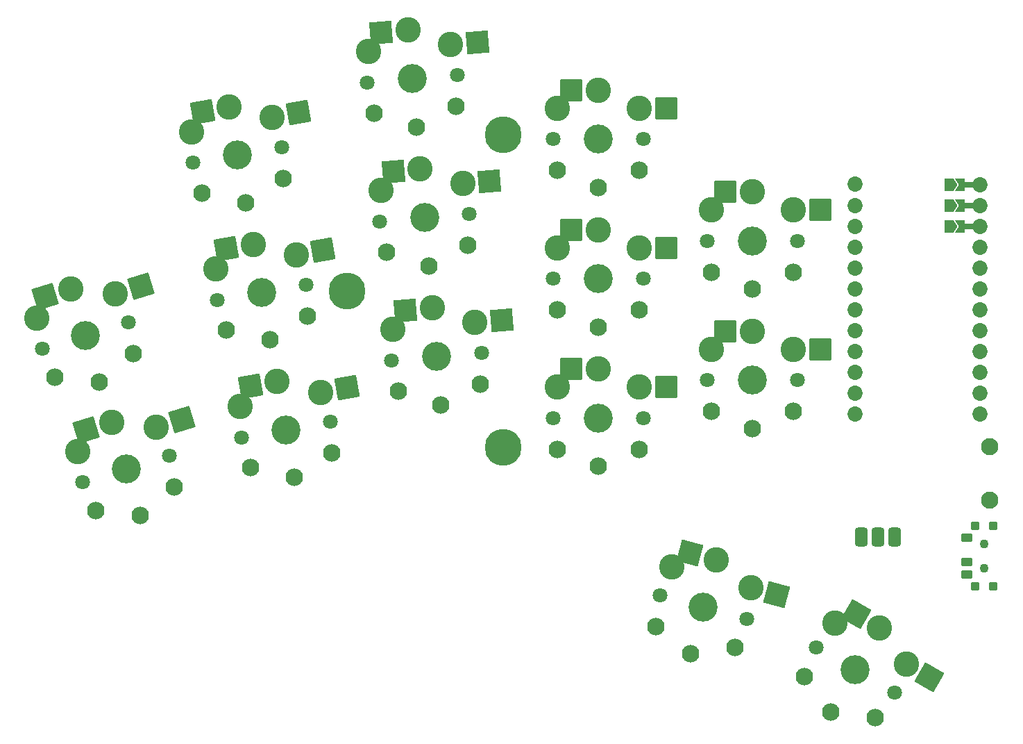
<source format=gbs>
%TF.GenerationSoftware,KiCad,Pcbnew,(6.0.4-0)*%
%TF.CreationDate,2022-05-16T08:39:31+02:00*%
%TF.ProjectId,battoota,62617474-6f6f-4746-912e-6b696361645f,v1.0.0*%
%TF.SameCoordinates,Original*%
%TF.FileFunction,Soldermask,Bot*%
%TF.FilePolarity,Negative*%
%FSLAX46Y46*%
G04 Gerber Fmt 4.6, Leading zero omitted, Abs format (unit mm)*
G04 Created by KiCad (PCBNEW (6.0.4-0)) date 2022-05-16 08:39:31*
%MOMM*%
%LPD*%
G01*
G04 APERTURE LIST*
G04 Aperture macros list*
%AMRoundRect*
0 Rectangle with rounded corners*
0 $1 Rounding radius*
0 $2 $3 $4 $5 $6 $7 $8 $9 X,Y pos of 4 corners*
0 Add a 4 corners polygon primitive as box body*
4,1,4,$2,$3,$4,$5,$6,$7,$8,$9,$2,$3,0*
0 Add four circle primitives for the rounded corners*
1,1,$1+$1,$2,$3*
1,1,$1+$1,$4,$5*
1,1,$1+$1,$6,$7*
1,1,$1+$1,$8,$9*
0 Add four rect primitives between the rounded corners*
20,1,$1+$1,$2,$3,$4,$5,0*
20,1,$1+$1,$4,$5,$6,$7,0*
20,1,$1+$1,$6,$7,$8,$9,0*
20,1,$1+$1,$8,$9,$2,$3,0*%
%AMFreePoly0*
4,1,16,0.685355,0.785355,0.700000,0.750000,0.691603,0.722265,0.210093,0.000000,0.691603,-0.722265,0.699029,-0.759806,0.677735,-0.791603,0.650000,-0.800000,-0.500000,-0.800000,-0.535355,-0.785355,-0.550000,-0.750000,-0.550000,0.750000,-0.535355,0.785355,-0.500000,0.800000,0.650000,0.800000,0.685355,0.785355,0.685355,0.785355,$1*%
%AMFreePoly1*
4,1,16,0.535355,0.785355,0.550000,0.750000,0.550000,-0.750000,0.535355,-0.785355,0.500000,-0.800000,-0.500000,-0.800000,-0.535355,-0.785355,-0.541603,-0.777735,-1.041603,-0.027735,-1.049029,0.009806,-1.041603,0.027735,-0.541603,0.777735,-0.509806,0.799029,-0.500000,0.800000,0.500000,0.800000,0.535355,0.785355,0.535355,0.785355,$1*%
G04 Aperture macros list end*
%ADD10RoundRect,0.425000X-0.375000X-0.750000X0.375000X-0.750000X0.375000X0.750000X-0.375000X0.750000X0*%
%ADD11C,2.100000*%
%ADD12C,3.100000*%
%ADD13C,1.801800*%
%ADD14C,3.529000*%
%ADD15RoundRect,0.050000X-1.054507X-1.505993X1.505993X-1.054507X1.054507X1.505993X-1.505993X1.054507X0*%
%ADD16C,2.132000*%
%ADD17RoundRect,0.050000X-1.181751X-1.408356X1.408356X-1.181751X1.181751X1.408356X-1.408356X1.181751X0*%
%ADD18RoundRect,0.050000X-1.300000X-1.300000X1.300000X-1.300000X1.300000X1.300000X-1.300000X1.300000X0*%
%ADD19RoundRect,0.050000X-1.775833X-0.475833X0.475833X-1.775833X1.775833X0.475833X-0.475833X1.775833X0*%
%ADD20RoundRect,0.050000X-0.450000X0.450000X-0.450000X-0.450000X0.450000X-0.450000X0.450000X0.450000X0*%
%ADD21C,1.100000*%
%ADD22RoundRect,0.050000X-0.625000X0.450000X-0.625000X-0.450000X0.625000X-0.450000X0.625000X0.450000X0*%
%ADD23RoundRect,0.050000X-0.863113X-1.623279X1.623279X-0.863113X0.863113X1.623279X-1.623279X0.863113X0*%
%ADD24RoundRect,0.050000X-1.592168X-0.919239X0.919239X-1.592168X1.592168X0.919239X-0.919239X1.592168X0*%
%ADD25C,1.852600*%
%ADD26FreePoly0,180.000000*%
%ADD27RoundRect,0.050000X-0.762000X0.250000X-0.762000X-0.250000X0.762000X-0.250000X0.762000X0.250000X0*%
%ADD28FreePoly1,180.000000*%
%ADD29C,4.500000*%
G04 APERTURE END LIST*
D10*
%TO.C,PAD1*%
X151545396Y58163682D03*
X149545396Y58163682D03*
X147545396Y58163682D03*
%TD*%
D11*
%TO.C,B1*%
X163203191Y69152519D03*
X163203191Y62652519D03*
%TD*%
D12*
%TO.C,S11*%
X75659968Y109306337D03*
X70353903Y110604673D03*
X70353903Y110604673D03*
D13*
X65970667Y103790002D03*
D12*
X65811891Y107569855D03*
D14*
X71387110Y104745067D03*
D13*
X76803553Y105700132D03*
D15*
X67128658Y110035975D03*
X78885213Y109875035D03*
%TD*%
D13*
%TO.C,S34*%
X151539804Y39220580D03*
D14*
X146776664Y41970580D03*
D13*
X142013524Y44720580D03*
D16*
X140546537Y41179683D03*
X149206791Y36179683D03*
X143826664Y36861030D03*
X143826664Y36861030D03*
%TD*%
D14*
%TO.C,S15*%
X94221643Y97114167D03*
D13*
X99700714Y97593524D03*
D12*
X98875782Y101285676D03*
X93703066Y103041525D03*
X93703066Y103041525D03*
X88913835Y100414118D03*
D13*
X88742572Y96634810D03*
D17*
X90440529Y102756090D03*
X102138320Y101571111D03*
%TD*%
D12*
%TO.C,S21*%
X115411087Y95636017D03*
D13*
X109911087Y89686017D03*
D12*
X115411087Y95636017D03*
X120411087Y93436017D03*
D13*
X120911087Y89686017D03*
D12*
X110411087Y93436017D03*
D14*
X115411087Y89686017D03*
D18*
X112136087Y95636017D03*
X123686087Y93436017D03*
%TD*%
D13*
%TO.C,S8*%
X71874705Y70306538D03*
X82707591Y72216668D03*
D14*
X77291148Y71261603D03*
D16*
X73026972Y66651093D03*
X82875050Y68387574D03*
X78315672Y65451237D03*
X78315672Y65451237D03*
%TD*%
D14*
%TO.C,S14*%
X95703291Y80178857D03*
D13*
X101182362Y80658214D03*
X90224220Y79699500D03*
D16*
X91053509Y75957538D03*
X101015456Y76829096D03*
X96217510Y74301308D03*
X96217510Y74301308D03*
%TD*%
D14*
%TO.C,S20*%
X115411087Y72686017D03*
D13*
X109911087Y72686017D03*
X120911087Y72686017D03*
D16*
X120411087Y68886017D03*
X110411087Y68886017D03*
X115411087Y66786017D03*
X115411087Y66786017D03*
%TD*%
D13*
%TO.C,S28*%
X128718280Y77278852D03*
X139718280Y77278852D03*
D14*
X134218280Y77278852D03*
D16*
X129218280Y73478852D03*
X139218280Y73478852D03*
X134218280Y71378852D03*
X134218280Y71378852D03*
%TD*%
D12*
%TO.C,S29*%
X134218280Y100228852D03*
X134218280Y100228852D03*
D13*
X139718280Y94278852D03*
D14*
X134218280Y94278852D03*
D12*
X139218280Y98028852D03*
X129218280Y98028852D03*
D13*
X128718280Y94278852D03*
D18*
X130943280Y100228852D03*
X142493280Y98028852D03*
%TD*%
D14*
%TO.C,S33*%
X146776664Y41970580D03*
D12*
X149751664Y47123431D03*
X144321537Y47718175D03*
D13*
X142013524Y44720580D03*
D12*
X149751664Y47123431D03*
X152981791Y42718175D03*
D13*
X151539804Y39220580D03*
D19*
X146915431Y48760931D03*
X155818024Y41080675D03*
%TD*%
D12*
%TO.C,S7*%
X71715929Y74086391D03*
X81564006Y75822873D03*
X76257941Y77121209D03*
D13*
X71874705Y70306538D03*
D12*
X76257941Y77121209D03*
D13*
X82707591Y72216668D03*
D14*
X77291148Y71261603D03*
D15*
X73032696Y76552511D03*
X84789251Y76391571D03*
%TD*%
D20*
%TO.C,T2*%
X163600140Y52144619D03*
X163600140Y59544619D03*
X161400140Y52144619D03*
X161400140Y59544619D03*
D21*
X162500140Y57344619D03*
X162500140Y54344619D03*
D22*
X160425140Y58094619D03*
X160425140Y55094619D03*
X160425140Y53594619D03*
%TD*%
D14*
%TO.C,S5*%
X52842259Y82729963D03*
D13*
X58101935Y84338007D03*
D12*
X51102647Y88419976D03*
X51102647Y88419976D03*
D13*
X47582583Y81121919D03*
D12*
X46964341Y84854247D03*
X56527389Y87777964D03*
D23*
X47970749Y87462459D03*
X59659287Y88735482D03*
%TD*%
D12*
%TO.C,S27*%
X129218280Y81028852D03*
D13*
X139718280Y77278852D03*
D14*
X134218280Y77278852D03*
D12*
X139218280Y81028852D03*
X134218280Y83228852D03*
X134218280Y83228852D03*
D13*
X128718280Y77278852D03*
D18*
X130943280Y83228852D03*
X142493280Y81028852D03*
%TD*%
D12*
%TO.C,S9*%
X68763910Y90828123D03*
D14*
X74339129Y88003335D03*
D12*
X73305922Y93862941D03*
X78611987Y92564605D03*
D13*
X68922686Y87048270D03*
D12*
X73305922Y93862941D03*
D13*
X79755572Y88958400D03*
D15*
X70080677Y93294243D03*
X81837232Y93133303D03*
%TD*%
D13*
%TO.C,S16*%
X99700714Y97593524D03*
D14*
X94221643Y97114167D03*
D13*
X88742572Y96634810D03*
D16*
X99533808Y93764406D03*
X89571861Y92892848D03*
X94735862Y91236618D03*
X94735862Y91236618D03*
%TD*%
D13*
%TO.C,S30*%
X139718280Y94278852D03*
X128718280Y94278852D03*
D14*
X134218280Y94278852D03*
D16*
X139218280Y90478852D03*
X129218280Y90478852D03*
X134218280Y88378852D03*
X134218280Y88378852D03*
%TD*%
D13*
%TO.C,S13*%
X90224220Y79699500D03*
X101182362Y80658214D03*
D14*
X95703291Y80178857D03*
D12*
X95184714Y86106215D03*
X100357430Y84350366D03*
X95184714Y86106215D03*
X90395483Y83478808D03*
D17*
X91922177Y85820780D03*
X103619968Y84635801D03*
%TD*%
D13*
%TO.C,S24*%
X109911087Y106686017D03*
X120911087Y106686017D03*
D14*
X115411087Y106686017D03*
D16*
X110411087Y102886017D03*
X120411087Y102886017D03*
X115411087Y100786017D03*
X115411087Y100786017D03*
%TD*%
D13*
%TO.C,S17*%
X87260925Y113570120D03*
D14*
X92739996Y114049477D03*
D13*
X98219067Y114528834D03*
D12*
X87432188Y117349428D03*
X97394135Y118220986D03*
X92221419Y119976835D03*
X92221419Y119976835D03*
D17*
X88958882Y119691400D03*
X100656673Y118506421D03*
%TD*%
D13*
%TO.C,S4*%
X52552902Y64864738D03*
X63072254Y68080826D03*
D14*
X57812578Y66472782D03*
D16*
X54142067Y61376965D03*
X63705114Y64300682D03*
X59537571Y60830584D03*
X59537571Y60830584D03*
%TD*%
D13*
%TO.C,S10*%
X79755572Y88958400D03*
X68922686Y87048270D03*
D14*
X74339129Y88003335D03*
D16*
X70074953Y83392825D03*
X79923031Y85129306D03*
X75363653Y82192969D03*
X75363653Y82192969D03*
%TD*%
D13*
%TO.C,S22*%
X109911087Y89686017D03*
X120911087Y89686017D03*
D14*
X115411087Y89686017D03*
D16*
X110411087Y85886017D03*
X120411087Y85886017D03*
X115411087Y83786017D03*
X115411087Y83786017D03*
%TD*%
D14*
%TO.C,S31*%
X128239065Y49649105D03*
D13*
X122926473Y51072610D03*
D12*
X129779038Y55396364D03*
X134039266Y51977232D03*
X129779038Y55396364D03*
X124380007Y54565422D03*
D13*
X133551657Y48225600D03*
D24*
X126615631Y56243996D03*
X137202673Y51129599D03*
%TD*%
D25*
%TO.C,MCU1*%
X161977213Y98602542D03*
D26*
X159643690Y98602542D03*
D25*
X161977213Y96062542D03*
D27*
X160593690Y101142542D03*
D25*
X146737213Y96062542D03*
D27*
X160593690Y98602542D03*
X160593690Y96062542D03*
D26*
X159643690Y96062542D03*
X159643690Y101142542D03*
D25*
X146737213Y101226288D03*
X161977213Y101142542D03*
X146737213Y98602542D03*
D28*
X158193690Y101142542D03*
X158193690Y98602542D03*
X158193690Y96062542D03*
D25*
X146737213Y93522542D03*
X146737213Y90982542D03*
X146737213Y88442542D03*
X146737213Y85902542D03*
X146737213Y83362542D03*
X146737213Y80822542D03*
X146737213Y78282542D03*
X146737213Y75742542D03*
X146737213Y73202542D03*
X161977213Y93522542D03*
X161977213Y90982542D03*
X161977213Y88442542D03*
X161977213Y85902542D03*
X161977213Y83362542D03*
X161977213Y80822542D03*
X161977213Y78282542D03*
X161977213Y75742542D03*
X161977213Y73202542D03*
%TD*%
D13*
%TO.C,S3*%
X52552902Y64864738D03*
D12*
X51934660Y68597066D03*
D14*
X57812578Y66472782D03*
D12*
X61497708Y71520783D03*
X56072966Y72162795D03*
X56072966Y72162795D03*
D13*
X63072254Y68080826D03*
D23*
X52941068Y71205278D03*
X64629606Y72478301D03*
%TD*%
D13*
%TO.C,S32*%
X133551657Y48225600D03*
D14*
X128239065Y49649105D03*
D13*
X122926473Y51072610D03*
D16*
X132085182Y44684492D03*
X122425923Y47272682D03*
X126712033Y43950143D03*
X126712033Y43950143D03*
%TD*%
D29*
%TO.C,REF\u002A\u002A*%
X84747220Y88141427D03*
X103797220Y69091427D03*
X103797220Y107191427D03*
%TD*%
D14*
%TO.C,S12*%
X71387110Y104745067D03*
D13*
X65970667Y103790002D03*
X76803553Y105700132D03*
D16*
X76971012Y101871038D03*
X67122934Y100134557D03*
X72411634Y98934701D03*
X72411634Y98934701D03*
%TD*%
D14*
%TO.C,S23*%
X115411087Y106686017D03*
D13*
X120911087Y106686017D03*
D12*
X115411087Y112636017D03*
X115411087Y112636017D03*
X110411087Y110436017D03*
X120411087Y110436017D03*
D13*
X109911087Y106686017D03*
D18*
X112136087Y112636017D03*
X123686087Y110436017D03*
%TD*%
D13*
%TO.C,S6*%
X47582583Y81121919D03*
X58101935Y84338007D03*
D14*
X52842259Y82729963D03*
D16*
X49171748Y77634146D03*
X58734795Y80557863D03*
X54567252Y77087765D03*
X54567252Y77087765D03*
%TD*%
D14*
%TO.C,S19*%
X115411087Y72686017D03*
D12*
X115411087Y78636017D03*
X110411087Y76436017D03*
D13*
X120911087Y72686017D03*
X109911087Y72686017D03*
D12*
X120411087Y76436017D03*
X115411087Y78636017D03*
D18*
X112136087Y78636017D03*
X123686087Y76436017D03*
%TD*%
D13*
%TO.C,S18*%
X98219067Y114528834D03*
D14*
X92739996Y114049477D03*
D13*
X87260925Y113570120D03*
D16*
X88090214Y109828158D03*
X98052161Y110699716D03*
X93254215Y108171928D03*
X93254215Y108171928D03*
%TD*%
M02*

</source>
